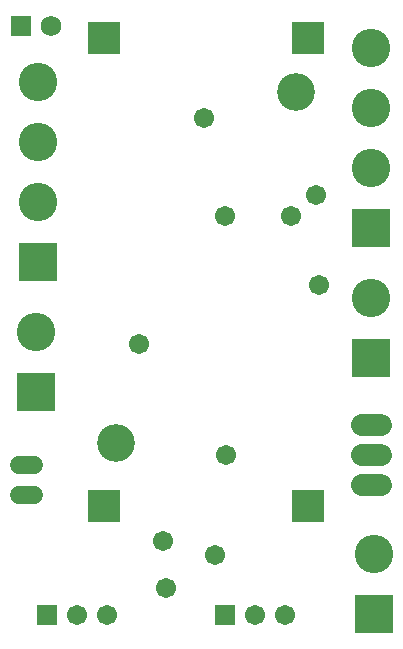
<source format=gbs>
G75*
%MOIN*%
%OFA0B0*%
%FSLAX25Y25*%
%IPPOS*%
%LPD*%
%AMOC8*
5,1,8,0,0,1.08239X$1,22.5*
%
%ADD10R,0.06737X0.06737*%
%ADD11C,0.06737*%
%ADD12R,0.12800X0.12800*%
%ADD13C,0.12800*%
%ADD14C,0.05950*%
%ADD15C,0.07296*%
%ADD16R,0.10643X0.10643*%
%ADD17C,0.12611*%
%ADD18R,0.06800X0.06800*%
%ADD19C,0.06800*%
%ADD20C,0.06706*%
D10*
X0052087Y0034922D03*
X0111654Y0034922D03*
D11*
X0121654Y0034922D03*
X0131654Y0034922D03*
X0072087Y0034922D03*
X0062087Y0034922D03*
D12*
X0048702Y0109095D03*
X0049292Y0152402D03*
X0160198Y0164017D03*
X0160316Y0120513D03*
X0161300Y0035080D03*
D13*
X0161300Y0055080D03*
X0160316Y0140513D03*
X0160198Y0184017D03*
X0160198Y0204017D03*
X0160198Y0224017D03*
X0049292Y0212402D03*
X0049292Y0192402D03*
X0049292Y0172402D03*
X0048702Y0129095D03*
D14*
X0047891Y0084725D02*
X0042741Y0084725D01*
X0042741Y0074883D02*
X0047891Y0074883D01*
D15*
X0157186Y0078150D02*
X0163682Y0078150D01*
X0163682Y0088150D02*
X0157186Y0088150D01*
X0157186Y0098150D02*
X0163682Y0098150D01*
D16*
X0139080Y0071056D03*
X0071080Y0071056D03*
X0071080Y0227056D03*
X0139080Y0227056D03*
D17*
X0135080Y0209056D03*
X0075080Y0092056D03*
D18*
X0043465Y0231261D03*
D19*
X0053465Y0231261D03*
D20*
X0104450Y0200513D03*
X0111536Y0167835D03*
X0133583Y0167835D03*
X0141851Y0174922D03*
X0143032Y0145001D03*
X0111930Y0088308D03*
X0091064Y0059568D03*
X0091851Y0043820D03*
X0108387Y0054843D03*
X0082796Y0125316D03*
M02*

</source>
